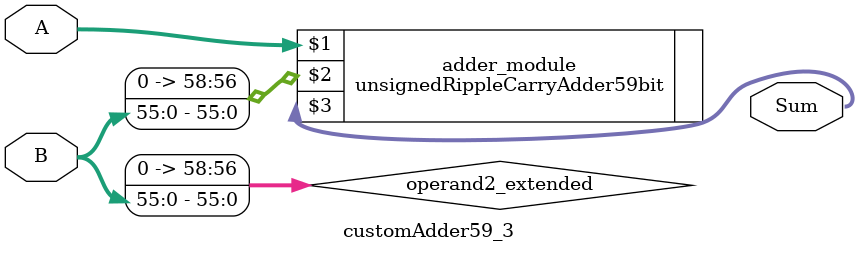
<source format=v>
module customAdder59_3(
                        input [58 : 0] A,
                        input [55 : 0] B,
                        
                        output [59 : 0] Sum
                );

        wire [58 : 0] operand2_extended;
        
        assign operand2_extended =  {3'b0, B};
        
        unsignedRippleCarryAdder59bit adder_module(
            A,
            operand2_extended,
            Sum
        );
        
        endmodule
        
</source>
